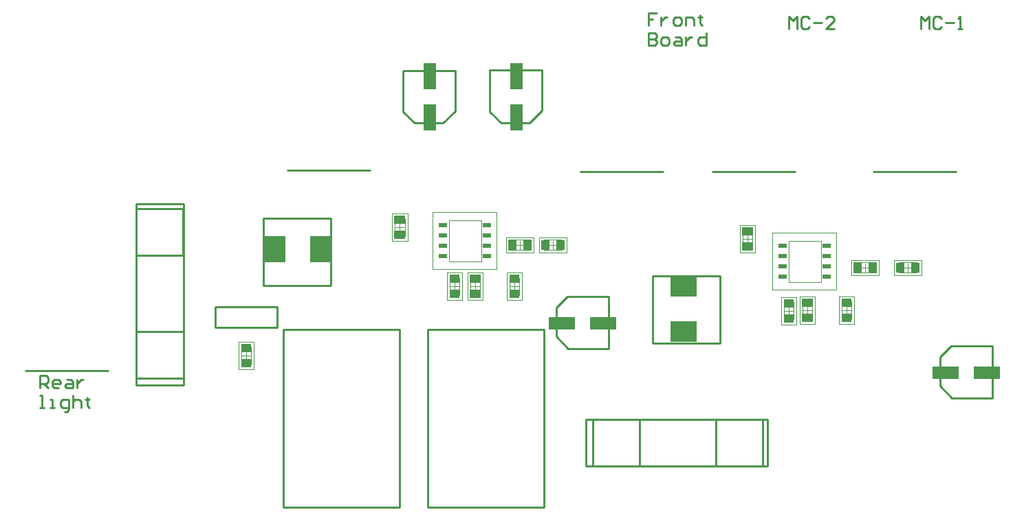
<source format=gtp>
G04*
G04 #@! TF.GenerationSoftware,Altium Limited,Altium Designer,19.1.8 (144)*
G04*
G04 Layer_Color=8421504*
%FSLAX25Y25*%
%MOIN*%
G70*
G01*
G75*
%ADD10C,0.01000*%
%ADD11C,0.00394*%
%ADD14C,0.00197*%
%ADD15R,0.12598X0.06299*%
%ADD16R,0.06299X0.12598*%
%ADD17R,0.04331X0.01968*%
%ADD18R,0.05118X0.04134*%
%ADD19R,0.09843X0.12795*%
%ADD20R,0.12795X0.09843*%
%ADD21R,0.05512X0.04134*%
%ADD22R,0.04134X0.05118*%
%ADD23R,0.04134X0.05512*%
D10*
X370772Y9661D02*
Y32339D01*
X282780Y9504D02*
X370772D01*
X282780D02*
Y32181D01*
Y32339D02*
X370772D01*
X64681Y137016D02*
X87358D01*
X87516Y49024D02*
Y137016D01*
X64839Y49024D02*
X87516D01*
X64681D02*
Y137016D01*
X268244Y72701D02*
Y86480D01*
Y72701D02*
X274150Y66795D01*
X273756Y91992D02*
X293835D01*
X268244Y86480D02*
X273756Y91992D01*
X293835Y66795D02*
Y91992D01*
X274150Y66795D02*
X293835D01*
X199520Y176165D02*
X213299D01*
X219205Y182071D01*
X194008Y181677D02*
Y201756D01*
Y181677D02*
X199520Y176165D01*
X194008Y201756D02*
X219205D01*
Y182071D02*
Y201756D01*
X454244Y48701D02*
Y62480D01*
Y48701D02*
X460150Y42795D01*
X459756Y67992D02*
X479835D01*
X454244Y62480D02*
X459756Y67992D01*
X479835Y42795D02*
Y67992D01*
X460150Y42795D02*
X479835D01*
X241520Y176244D02*
X255299D01*
X261205Y182150D01*
X236008Y181756D02*
Y201835D01*
Y181756D02*
X241520Y176244D01*
X236008Y201835D02*
X261205D01*
Y182150D02*
Y201835D01*
X345791Y9583D02*
Y32260D01*
Y9583D02*
X368291D01*
X346018Y32417D02*
X368134D01*
X368291Y9583D02*
Y32260D01*
X308596Y9504D02*
Y32181D01*
X308439Y32339D02*
X308596Y32181D01*
X286323Y32339D02*
X308439D01*
X286097Y9504D02*
X308596D01*
X286097D02*
Y32181D01*
X64760Y112035D02*
X87437D01*
Y134535D01*
X64602Y112262D02*
Y134378D01*
X64760Y134535D02*
X87437D01*
X64839Y74840D02*
X87516D01*
X64681Y74683D02*
X64839Y74840D01*
X64681Y52567D02*
Y74683D01*
X87516Y52341D02*
Y74840D01*
X64839Y52341D02*
X87516D01*
X422000Y152575D02*
X462000D01*
X280112D02*
X320112D01*
X138000Y153347D02*
X178000D01*
X344112Y152575D02*
X384112D01*
X11000Y56000D02*
X51000D01*
X126488Y129961D02*
X159165D01*
Y97284D02*
Y129961D01*
X126488Y97284D02*
X159165D01*
X126488D02*
Y129961D01*
X315039Y69441D02*
Y102118D01*
X347716D01*
Y69441D02*
Y102118D01*
X315039Y69441D02*
X347716D01*
X103000Y87000D02*
X133001D01*
Y77000D02*
Y87000D01*
X103000Y77000D02*
X133001D01*
X103000D02*
Y87000D01*
X18000Y47597D02*
Y53595D01*
X20999D01*
X21999Y52595D01*
Y50596D01*
X20999Y49596D01*
X18000D01*
X19999D02*
X21999Y47597D01*
X26997D02*
X24998D01*
X23998Y48597D01*
Y50596D01*
X24998Y51596D01*
X26997D01*
X27997Y50596D01*
Y49596D01*
X23998D01*
X30996Y51596D02*
X32995D01*
X33995Y50596D01*
Y47597D01*
X30996D01*
X29996Y48597D01*
X30996Y49596D01*
X33995D01*
X35994Y51596D02*
Y47597D01*
Y49596D01*
X36994Y50596D01*
X37993Y51596D01*
X38993D01*
X18000Y37999D02*
X19999D01*
X19000D01*
Y43997D01*
X18000D01*
X22998Y37999D02*
X24998D01*
X23998D01*
Y41998D01*
X22998D01*
X29996Y36000D02*
X30996D01*
X31995Y37000D01*
Y41998D01*
X28996D01*
X27997Y40998D01*
Y38999D01*
X28996Y37999D01*
X31995D01*
X33995Y43997D02*
Y37999D01*
Y40998D01*
X34995Y41998D01*
X36994D01*
X37993Y40998D01*
Y37999D01*
X40993Y42998D02*
Y41998D01*
X39993D01*
X41992D01*
X40993D01*
Y38999D01*
X41992Y37999D01*
X316999Y229596D02*
X313000D01*
Y226597D01*
X314999D01*
X313000D01*
Y223598D01*
X318998Y227596D02*
Y223598D01*
Y225597D01*
X319998Y226597D01*
X320997Y227596D01*
X321997D01*
X325996Y223598D02*
X327995D01*
X328995Y224597D01*
Y226597D01*
X327995Y227596D01*
X325996D01*
X324996Y226597D01*
Y224597D01*
X325996Y223598D01*
X330994D02*
Y227596D01*
X333993D01*
X334993Y226597D01*
Y223598D01*
X337992Y228596D02*
Y227596D01*
X336992D01*
X338992D01*
X337992D01*
Y224597D01*
X338992Y223598D01*
X313000Y219998D02*
Y214000D01*
X315999D01*
X316999Y215000D01*
Y215999D01*
X315999Y216999D01*
X313000D01*
X315999D01*
X316999Y217999D01*
Y218998D01*
X315999Y219998D01*
X313000D01*
X319998Y214000D02*
X321997D01*
X322997Y215000D01*
Y216999D01*
X321997Y217999D01*
X319998D01*
X318998Y216999D01*
Y215000D01*
X319998Y214000D01*
X325996Y217999D02*
X327995D01*
X328995Y216999D01*
Y214000D01*
X325996D01*
X324996Y215000D01*
X325996Y215999D01*
X328995D01*
X330994Y217999D02*
Y214000D01*
Y215999D01*
X331994Y216999D01*
X332994Y217999D01*
X333993D01*
X340991Y219998D02*
Y214000D01*
X337992D01*
X336992Y215000D01*
Y216999D01*
X337992Y217999D01*
X340991D01*
X381000Y222000D02*
Y227998D01*
X382999Y225999D01*
X384999Y227998D01*
Y222000D01*
X390997Y226998D02*
X389997Y227998D01*
X387998D01*
X386998Y226998D01*
Y223000D01*
X387998Y222000D01*
X389997D01*
X390997Y223000D01*
X392996Y224999D02*
X396995D01*
X402993Y222000D02*
X398994D01*
X402993Y225999D01*
Y226998D01*
X401993Y227998D01*
X399994D01*
X398994Y226998D01*
X445000Y222000D02*
Y227998D01*
X446999Y225999D01*
X448999Y227998D01*
Y222000D01*
X454997Y226998D02*
X453997Y227998D01*
X451998D01*
X450998Y226998D01*
Y223000D01*
X451998Y222000D01*
X453997D01*
X454997Y223000D01*
X456996Y224999D02*
X460995D01*
X462994Y222000D02*
X464993D01*
X463994D01*
Y227998D01*
X462994Y226998D01*
X136000Y-10500D02*
Y33500D01*
Y-10500D02*
X192500D01*
Y76000D01*
X136000D02*
X192500D01*
X136000Y33000D02*
Y76000D01*
X206000Y-10500D02*
Y33500D01*
Y-10500D02*
X262500D01*
Y76000D01*
X206000D02*
X262500D01*
X206000Y33000D02*
Y76000D01*
D11*
X216256Y108961D02*
X232004D01*
X216256D02*
Y129039D01*
X232004D01*
Y108961D02*
Y129039D01*
X380858Y98988D02*
X396606D01*
X380858D02*
Y119067D01*
X396606D01*
Y98988D02*
Y119067D01*
X120480Y59126D02*
Y67591D01*
X115520Y59126D02*
Y67591D01*
X120480D01*
X115520Y59126D02*
X120480D01*
X190020Y121268D02*
Y129732D01*
X194980Y121268D02*
Y129732D01*
X190020Y121268D02*
X194980D01*
X190020Y129732D02*
X194980D01*
X358520Y115768D02*
Y124232D01*
X363480Y115768D02*
Y124232D01*
X358520Y115768D02*
X363480D01*
X358520Y124232D02*
X363480D01*
X378520Y80843D02*
X383480D01*
X378520Y89307D02*
X383480D01*
X378520Y80843D02*
Y89307D01*
X383480Y80843D02*
Y89307D01*
X442874Y103520D02*
Y108480D01*
X434409Y103520D02*
Y108480D01*
Y103520D02*
X442874D01*
X434409Y108480D02*
X442874D01*
X216520Y92626D02*
X221480D01*
X216520Y101091D02*
X221480D01*
X216520Y92626D02*
Y101091D01*
X221480Y92626D02*
Y101091D01*
X245520Y92626D02*
X250480D01*
X245520Y101091D02*
X250480D01*
X245520Y92626D02*
Y101091D01*
X250480Y92626D02*
Y101091D01*
X270874Y114520D02*
Y119480D01*
X262409Y114520D02*
Y119480D01*
Y114520D02*
X270874D01*
X262409Y119480D02*
X270874D01*
X406520Y81126D02*
X411480D01*
X406520Y89591D02*
X411480D01*
X406520Y81126D02*
Y89591D01*
X411480Y81126D02*
Y89591D01*
X413768Y103520D02*
Y108480D01*
X422232Y103520D02*
Y108480D01*
X413768D02*
X422232D01*
X413768Y103520D02*
X422232D01*
X226520Y101091D02*
X231480D01*
X226520Y92626D02*
X231480D01*
Y101091D01*
X226520Y92626D02*
Y101091D01*
X246410Y114520D02*
Y119480D01*
X254874Y114520D02*
Y119480D01*
X246410D02*
X254874D01*
X246410Y114520D02*
X254874D01*
X387520Y89591D02*
X392480D01*
X387520Y81126D02*
X392480D01*
Y89591D01*
X387520Y81126D02*
Y89591D01*
X208382Y105417D02*
Y132976D01*
Y105417D02*
X239484D01*
Y132976D01*
X208382D02*
X239484D01*
X372984Y95445D02*
Y123004D01*
Y95445D02*
X404087D01*
Y123004D01*
X372984D02*
X404087D01*
X116032Y63358D02*
X119968D01*
X118000Y61390D02*
Y65327D01*
X190532Y125500D02*
X194468D01*
X192500Y123531D02*
Y127469D01*
X359032Y120000D02*
X362968D01*
X361000Y118032D02*
Y121968D01*
X381000Y83106D02*
Y87043D01*
X379031Y85075D02*
X382968D01*
X436673Y106000D02*
X440610D01*
X438642Y104032D02*
Y107968D01*
X219000Y94890D02*
Y98827D01*
X217032Y96858D02*
X220969D01*
X248000Y94890D02*
Y98827D01*
X246031Y96858D02*
X249969D01*
X264673Y117000D02*
X268610D01*
X266642Y115032D02*
Y118968D01*
X409000Y83390D02*
Y87327D01*
X407031Y85358D02*
X410968D01*
X416032Y106000D02*
X419969D01*
X418000Y104032D02*
Y107968D01*
X229000Y94890D02*
Y98827D01*
X227031Y96858D02*
X230968D01*
X248673Y117000D02*
X252610D01*
X250642Y115032D02*
Y118968D01*
X390000Y83390D02*
Y87327D01*
X388032Y85358D02*
X391968D01*
D14*
X121543Y56665D02*
Y70051D01*
X114457Y56665D02*
Y70051D01*
X121543D01*
X114457Y56665D02*
X121543D01*
X188760Y118807D02*
Y132193D01*
X196240Y118807D02*
Y132193D01*
X188760Y118807D02*
X196240D01*
X188760Y132193D02*
X196240D01*
X357260Y113307D02*
Y126693D01*
X364740Y113307D02*
Y126693D01*
X357260Y113307D02*
X364740D01*
X357260Y126693D02*
X364740D01*
X377457Y78382D02*
X384543D01*
X377457Y91768D02*
X384543D01*
X377457Y78382D02*
Y91768D01*
X384543Y78382D02*
Y91768D01*
X445335Y102457D02*
Y109543D01*
X431949Y102457D02*
Y109543D01*
Y102457D02*
X445335D01*
X431949Y109543D02*
X445335D01*
X215457Y90165D02*
X222543D01*
X215457Y103551D02*
X222543D01*
X215457Y90165D02*
Y103551D01*
X222543Y90165D02*
Y103551D01*
X244457Y90165D02*
X251543D01*
X244457Y103551D02*
X251543D01*
X244457Y90165D02*
Y103551D01*
X251543Y90165D02*
Y103551D01*
X273335Y113457D02*
Y120543D01*
X259949Y113457D02*
Y120543D01*
Y113457D02*
X273335D01*
X259949Y120543D02*
X273335D01*
X405457Y78665D02*
X412543D01*
X405457Y92051D02*
X412543D01*
X405457Y78665D02*
Y92051D01*
X412543Y78665D02*
Y92051D01*
X411307Y102260D02*
Y109740D01*
X424693Y102260D02*
Y109740D01*
X411307D02*
X424693D01*
X411307Y102260D02*
X424693D01*
X225260Y103551D02*
X232740D01*
X225260Y90165D02*
X232740D01*
Y103551D01*
X225260Y90165D02*
Y103551D01*
X243949Y113260D02*
Y120740D01*
X257335Y113260D02*
Y120740D01*
X243949D02*
X257335D01*
X243949Y113260D02*
X257335D01*
X386260Y92051D02*
X393740D01*
X386260Y78665D02*
X393740D01*
Y92051D01*
X386260Y78665D02*
Y92051D01*
D15*
X271000Y79000D02*
D03*
X291079D02*
D03*
X457000Y55000D02*
D03*
X477079D02*
D03*
D16*
X207000Y178921D02*
D03*
Y199000D02*
D03*
X249000Y179000D02*
D03*
Y199079D02*
D03*
D17*
X234760Y116500D02*
D03*
Y121500D02*
D03*
Y126500D02*
D03*
Y111500D02*
D03*
X213500D02*
D03*
Y126500D02*
D03*
Y121500D02*
D03*
Y116500D02*
D03*
X399362Y106528D02*
D03*
Y111528D02*
D03*
Y116528D02*
D03*
Y101528D02*
D03*
X378102D02*
D03*
Y116528D02*
D03*
Y111528D02*
D03*
Y106528D02*
D03*
D18*
X118000Y67000D02*
D03*
Y59716D02*
D03*
X381000Y81433D02*
D03*
Y88717D02*
D03*
X219000Y93217D02*
D03*
Y100500D02*
D03*
X248000Y93217D02*
D03*
Y100500D02*
D03*
X409000Y81717D02*
D03*
Y89000D02*
D03*
D19*
X154047Y115000D02*
D03*
X132000D02*
D03*
D20*
X330000Y97000D02*
D03*
Y74953D02*
D03*
D21*
X192500Y121858D02*
D03*
Y129142D02*
D03*
X361000Y116358D02*
D03*
Y123642D02*
D03*
X229000Y100500D02*
D03*
Y93217D02*
D03*
X390000Y89000D02*
D03*
Y81717D02*
D03*
D22*
X442283Y106000D02*
D03*
X435000D02*
D03*
X270284Y117000D02*
D03*
X263000D02*
D03*
D23*
X414358Y106000D02*
D03*
X421642D02*
D03*
X247000Y117000D02*
D03*
X254283D02*
D03*
M02*

</source>
